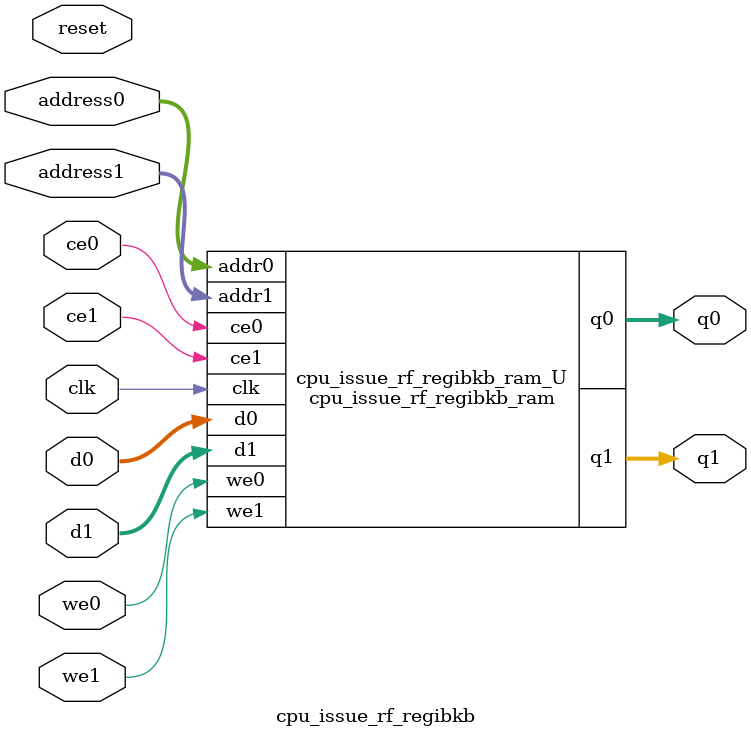
<source format=v>

`timescale 1 ns / 1 ps
module cpu_issue_rf_regibkb_ram (addr0, ce0, d0, we0, q0, addr1, ce1, d1, we1, q1,  clk);

parameter DWIDTH = 64;
parameter AWIDTH = 5;
parameter MEM_SIZE = 32;

input[AWIDTH-1:0] addr0;
input ce0;
input[DWIDTH-1:0] d0;
input we0;
output reg[DWIDTH-1:0] q0;
input[AWIDTH-1:0] addr1;
input ce1;
input[DWIDTH-1:0] d1;
input we1;
output reg[DWIDTH-1:0] q1;
input clk;

(* ram_style = "block" *)reg [DWIDTH-1:0] ram[0:MEM_SIZE-1];




always @(posedge clk)  
begin 
    if (ce0) 
    begin
        if (we0) 
        begin 
            ram[addr0] <= d0; 
            q0 <= d0;
        end 
        else 
            q0 <= ram[addr0];
    end
end


always @(posedge clk)  
begin 
    if (ce1) 
    begin
        if (we1) 
        begin 
            ram[addr1] <= d1; 
            q1 <= d1;
        end 
        else 
            q1 <= ram[addr1];
    end
end


endmodule


`timescale 1 ns / 1 ps
module cpu_issue_rf_regibkb(
    reset,
    clk,
    address0,
    ce0,
    we0,
    d0,
    q0,
    address1,
    ce1,
    we1,
    d1,
    q1);

parameter DataWidth = 32'd64;
parameter AddressRange = 32'd32;
parameter AddressWidth = 32'd5;
input reset;
input clk;
input[AddressWidth - 1:0] address0;
input ce0;
input we0;
input[DataWidth - 1:0] d0;
output[DataWidth - 1:0] q0;
input[AddressWidth - 1:0] address1;
input ce1;
input we1;
input[DataWidth - 1:0] d1;
output[DataWidth - 1:0] q1;



cpu_issue_rf_regibkb_ram cpu_issue_rf_regibkb_ram_U(
    .clk( clk ),
    .addr0( address0 ),
    .ce0( ce0 ),
    .we0( we0 ),
    .d0( d0 ),
    .q0( q0 ),
    .addr1( address1 ),
    .ce1( ce1 ),
    .we1( we1 ),
    .d1( d1 ),
    .q1( q1 ));

endmodule


</source>
